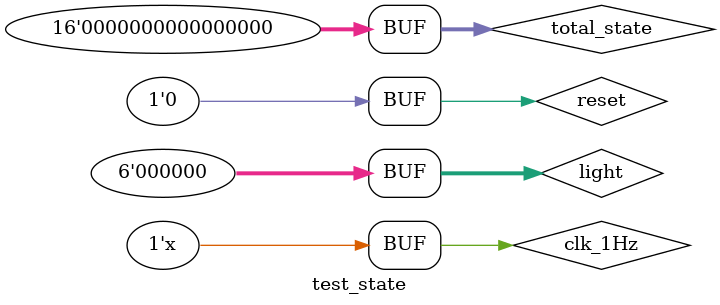
<source format=v>
`timescale 1ns / 1ps


module test_state;

	// Inputs
	reg clk_1Hz;
	reg reset;

	// Outputs
	reg [15:0] total_state=0;
	reg [5:0] light;

	// Instantiate the Unit Under Test (UUT)
	state uut (
		.clk_1Hz(clk_1Hz), 
		.reset(reset), 
		.total_state(total_state), 
		.light(light)
	);

	initial begin
		// Initialize Inputs
		clk_1Hz = 0;
		reset = 0;
		light=0;
		total_state=0;
		// Wait 100 ns for global reset to finish
		#10;
        
		// Add stimulus here
		
    end
       always #5 clk_1Hz<=~clk_1Hz;
endmodule


</source>
